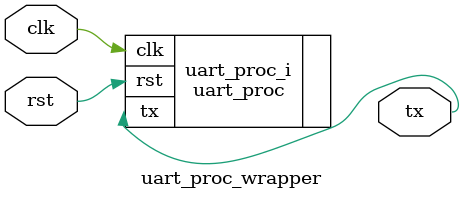
<source format=v>
`timescale 1 ps / 1 ps

module uart_proc_wrapper
   (clk,
    rst,
    tx);
  input clk;
  input rst;
  output tx;

  wire clk;
  wire rst;
  wire tx;

  uart_proc uart_proc_i
       (.clk(clk),
        .rst(rst),
        .tx(tx));
endmodule

</source>
